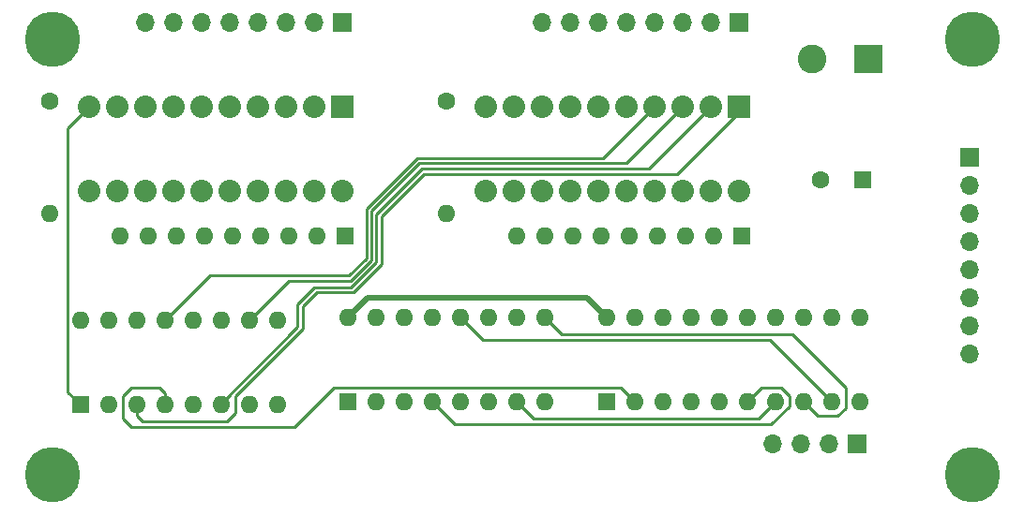
<source format=gbr>
%TF.GenerationSoftware,KiCad,Pcbnew,(5.1.9-0-10_14)*%
%TF.CreationDate,2021-05-30T08:25:23-04:00*%
%TF.ProjectId,MULTIPLEXER,4d554c54-4950-44c4-9558-45522e6b6963,rev?*%
%TF.SameCoordinates,Original*%
%TF.FileFunction,Copper,L3,Inr*%
%TF.FilePolarity,Positive*%
%FSLAX46Y46*%
G04 Gerber Fmt 4.6, Leading zero omitted, Abs format (unit mm)*
G04 Created by KiCad (PCBNEW (5.1.9-0-10_14)) date 2021-05-30 08:25:23*
%MOMM*%
%LPD*%
G01*
G04 APERTURE LIST*
%TA.AperFunction,ComponentPad*%
%ADD10C,0.800000*%
%TD*%
%TA.AperFunction,ComponentPad*%
%ADD11C,5.000000*%
%TD*%
%TA.AperFunction,ComponentPad*%
%ADD12O,1.700000X1.700000*%
%TD*%
%TA.AperFunction,ComponentPad*%
%ADD13R,1.700000X1.700000*%
%TD*%
%TA.AperFunction,ComponentPad*%
%ADD14O,1.600000X1.600000*%
%TD*%
%TA.AperFunction,ComponentPad*%
%ADD15R,1.600000X1.600000*%
%TD*%
%TA.AperFunction,ComponentPad*%
%ADD16C,1.600000*%
%TD*%
%TA.AperFunction,ComponentPad*%
%ADD17C,2.032000*%
%TD*%
%TA.AperFunction,ComponentPad*%
%ADD18R,2.032000X2.032000*%
%TD*%
%TA.AperFunction,ComponentPad*%
%ADD19C,2.600000*%
%TD*%
%TA.AperFunction,ComponentPad*%
%ADD20R,2.600000X2.600000*%
%TD*%
%TA.AperFunction,Conductor*%
%ADD21C,0.500000*%
%TD*%
%TA.AperFunction,Conductor*%
%ADD22C,0.250000*%
%TD*%
G04 APERTURE END LIST*
D10*
%TO.N,N/C*%
%TO.C,REF\u002A\u002A*%
X191571825Y-114752175D03*
X190246000Y-114203000D03*
X188920175Y-114752175D03*
X188371000Y-116078000D03*
X188920175Y-117403825D03*
X190246000Y-117953000D03*
X191571825Y-117403825D03*
X192121000Y-116078000D03*
D11*
X190246000Y-116078000D03*
%TD*%
%TO.N,N/C*%
%TO.C,REF\u002A\u002A*%
X190246000Y-76708000D03*
D10*
X192121000Y-76708000D03*
X191571825Y-78033825D03*
X190246000Y-78583000D03*
X188920175Y-78033825D03*
X188371000Y-76708000D03*
X188920175Y-75382175D03*
X190246000Y-74833000D03*
X191571825Y-75382175D03*
%TD*%
D11*
%TO.N,N/C*%
%TO.C,REF\u002A\u002A*%
X107188000Y-116078000D03*
D10*
X109063000Y-116078000D03*
X108513825Y-117403825D03*
X107188000Y-117953000D03*
X105862175Y-117403825D03*
X105313000Y-116078000D03*
X105862175Y-114752175D03*
X107188000Y-114203000D03*
X108513825Y-114752175D03*
%TD*%
%TO.N,N/C*%
%TO.C,REF\u002A\u002A*%
X108513825Y-75382175D03*
X107188000Y-74833000D03*
X105862175Y-75382175D03*
X105313000Y-76708000D03*
X105862175Y-78033825D03*
X107188000Y-78583000D03*
X108513825Y-78033825D03*
X109063000Y-76708000D03*
D11*
X107188000Y-76708000D03*
%TD*%
D12*
%TO.N,Net-(J3-Pad4)*%
%TO.C,J3*%
X172212000Y-113284000D03*
%TO.N,OE*%
X174752000Y-113284000D03*
%TO.N,SELECT*%
X177292000Y-113284000D03*
D13*
X179832000Y-113284000D03*
%TD*%
D14*
%TO.N,Net-(BAR2-Pad13)*%
%TO.C,RN2*%
X149098000Y-94488000D03*
%TO.N,Net-(BAR2-Pad14)*%
X151638000Y-94488000D03*
%TO.N,Net-(BAR2-Pad15)*%
X154178000Y-94488000D03*
%TO.N,Net-(BAR2-Pad16)*%
X156718000Y-94488000D03*
%TO.N,Net-(BAR2-Pad17)*%
X159258000Y-94488000D03*
%TO.N,Net-(BAR2-Pad18)*%
X161798000Y-94488000D03*
%TO.N,Net-(BAR2-Pad19)*%
X164338000Y-94488000D03*
%TO.N,Net-(BAR2-Pad20)*%
X166878000Y-94488000D03*
D15*
%TO.N,GND*%
X169418000Y-94488000D03*
%TD*%
D14*
%TO.N,Net-(BAR1-Pad13)*%
%TO.C,RN1*%
X113284000Y-94488000D03*
%TO.N,Net-(BAR1-Pad14)*%
X115824000Y-94488000D03*
%TO.N,Net-(BAR1-Pad15)*%
X118364000Y-94488000D03*
%TO.N,Net-(BAR1-Pad16)*%
X120904000Y-94488000D03*
%TO.N,Net-(BAR1-Pad17)*%
X123444000Y-94488000D03*
%TO.N,Net-(BAR1-Pad18)*%
X125984000Y-94488000D03*
%TO.N,Net-(BAR1-Pad19)*%
X128524000Y-94488000D03*
%TO.N,Net-(BAR1-Pad20)*%
X131064000Y-94488000D03*
D15*
%TO.N,GND*%
X133604000Y-94488000D03*
%TD*%
D14*
%TO.N,Net-(BAR2-Pad11)*%
%TO.C,R3*%
X142748000Y-92456000D03*
D16*
%TO.N,GND*%
X142748000Y-82296000D03*
%TD*%
D14*
%TO.N,Net-(BAR1-Pad11)*%
%TO.C,R1*%
X106934000Y-92456000D03*
D16*
%TO.N,VCC*%
X106934000Y-82296000D03*
%TD*%
D17*
%TO.N,Net-(BAR2-Pad20)*%
%TO.C,BAR2*%
X169164000Y-90424000D03*
%TO.N,Net-(BAR2-Pad19)*%
X166624000Y-90424000D03*
%TO.N,Net-(BAR2-Pad18)*%
X164084000Y-90424000D03*
%TO.N,Net-(BAR2-Pad17)*%
X161544000Y-90424000D03*
%TO.N,Net-(BAR2-Pad9)*%
X148844000Y-82804000D03*
%TO.N,SELECT*%
X146304000Y-82804000D03*
%TO.N,Net-(BAR2-Pad11)*%
X146304000Y-90424000D03*
%TO.N,Net-(BAR2-Pad12)*%
X148844000Y-90424000D03*
%TO.N,B7*%
X151384000Y-82804000D03*
%TO.N,B6*%
X153924000Y-82804000D03*
%TO.N,B5*%
X156464000Y-82804000D03*
%TO.N,B4*%
X159004000Y-82804000D03*
%TO.N,Net-(BAR2-Pad16)*%
X159004000Y-90424000D03*
%TO.N,Net-(BAR2-Pad15)*%
X156464000Y-90424000D03*
%TO.N,Net-(BAR2-Pad14)*%
X153924000Y-90424000D03*
%TO.N,Net-(BAR2-Pad13)*%
X151384000Y-90424000D03*
%TO.N,B3*%
X161544000Y-82804000D03*
%TO.N,B2*%
X164084000Y-82804000D03*
%TO.N,B1*%
X166624000Y-82804000D03*
D18*
%TO.N,B0*%
X169164000Y-82804000D03*
%TD*%
D17*
%TO.N,Net-(BAR1-Pad20)*%
%TO.C,BAR1*%
X133350000Y-90424000D03*
%TO.N,Net-(BAR1-Pad19)*%
X130810000Y-90424000D03*
%TO.N,Net-(BAR1-Pad18)*%
X128270000Y-90424000D03*
%TO.N,Net-(BAR1-Pad17)*%
X125730000Y-90424000D03*
%TO.N,Net-(BAR1-Pad9)*%
X113030000Y-82804000D03*
%TO.N,SELECT*%
X110490000Y-82804000D03*
%TO.N,Net-(BAR1-Pad11)*%
X110490000Y-90424000D03*
%TO.N,Net-(BAR1-Pad12)*%
X113030000Y-90424000D03*
%TO.N,A7*%
X115570000Y-82804000D03*
%TO.N,A6*%
X118110000Y-82804000D03*
%TO.N,A5*%
X120650000Y-82804000D03*
%TO.N,A4*%
X123190000Y-82804000D03*
%TO.N,Net-(BAR1-Pad16)*%
X123190000Y-90424000D03*
%TO.N,Net-(BAR1-Pad15)*%
X120650000Y-90424000D03*
%TO.N,Net-(BAR1-Pad14)*%
X118110000Y-90424000D03*
%TO.N,Net-(BAR1-Pad13)*%
X115570000Y-90424000D03*
%TO.N,A3*%
X125730000Y-82804000D03*
%TO.N,A2*%
X128270000Y-82804000D03*
%TO.N,A1*%
X130810000Y-82804000D03*
D18*
%TO.N,A0*%
X133350000Y-82804000D03*
%TD*%
D14*
%TO.N,VCC*%
%TO.C,U3*%
X157226000Y-101854000D03*
%TO.N,GND*%
X180086000Y-109474000D03*
%TO.N,OE*%
X159766000Y-101854000D03*
%TO.N,Z7*%
X177546000Y-109474000D03*
%TO.N,Y0*%
X162306000Y-101854000D03*
%TO.N,Z6*%
X175006000Y-109474000D03*
%TO.N,Y1*%
X164846000Y-101854000D03*
%TO.N,Z5*%
X172466000Y-109474000D03*
%TO.N,Y2*%
X167386000Y-101854000D03*
%TO.N,Z4*%
X169926000Y-109474000D03*
%TO.N,Y3*%
X169926000Y-101854000D03*
%TO.N,Z3*%
X167386000Y-109474000D03*
%TO.N,Y4*%
X172466000Y-101854000D03*
%TO.N,Z2*%
X164846000Y-109474000D03*
%TO.N,Y5*%
X175006000Y-101854000D03*
%TO.N,Z1*%
X162306000Y-109474000D03*
%TO.N,Y6*%
X177546000Y-101854000D03*
%TO.N,Z0*%
X159766000Y-109474000D03*
%TO.N,Y7*%
X180086000Y-101854000D03*
D15*
%TO.N,VCC*%
X157226000Y-109474000D03*
%TD*%
D14*
%TO.N,VCC*%
%TO.C,U2*%
X133858000Y-101854000D03*
%TO.N,GND*%
X151638000Y-109474000D03*
X136398000Y-101854000D03*
%TO.N,Z5*%
X149098000Y-109474000D03*
%TO.N,A7*%
X138938000Y-101854000D03*
%TO.N,B5*%
X146558000Y-109474000D03*
%TO.N,B7*%
X141478000Y-101854000D03*
%TO.N,A5*%
X144018000Y-109474000D03*
%TO.N,Z7*%
X144018000Y-101854000D03*
%TO.N,Z4*%
X141478000Y-109474000D03*
%TO.N,A6*%
X146558000Y-101854000D03*
%TO.N,B4*%
X138938000Y-109474000D03*
%TO.N,B6*%
X149098000Y-101854000D03*
%TO.N,A4*%
X136398000Y-109474000D03*
%TO.N,Z6*%
X151638000Y-101854000D03*
D15*
%TO.N,SELECT*%
X133858000Y-109474000D03*
%TD*%
D14*
%TO.N,VCC*%
%TO.C,U1*%
X109728000Y-102108000D03*
%TO.N,GND*%
X127508000Y-109728000D03*
X112268000Y-102108000D03*
%TO.N,Z1*%
X124968000Y-109728000D03*
%TO.N,A3*%
X114808000Y-102108000D03*
%TO.N,B1*%
X122428000Y-109728000D03*
%TO.N,B3*%
X117348000Y-102108000D03*
%TO.N,A1*%
X119888000Y-109728000D03*
%TO.N,Z3*%
X119888000Y-102108000D03*
%TO.N,Z0*%
X117348000Y-109728000D03*
%TO.N,A2*%
X122428000Y-102108000D03*
%TO.N,B0*%
X114808000Y-109728000D03*
%TO.N,B2*%
X124968000Y-102108000D03*
%TO.N,A0*%
X112268000Y-109728000D03*
%TO.N,Z2*%
X127508000Y-102108000D03*
D15*
%TO.N,SELECT*%
X109728000Y-109728000D03*
%TD*%
D12*
%TO.N,Y7*%
%TO.C,J6*%
X189992000Y-105156000D03*
%TO.N,Y6*%
X189992000Y-102616000D03*
%TO.N,Y5*%
X189992000Y-100076000D03*
%TO.N,Y4*%
X189992000Y-97536000D03*
%TO.N,Y3*%
X189992000Y-94996000D03*
%TO.N,Y2*%
X189992000Y-92456000D03*
%TO.N,Y1*%
X189992000Y-89916000D03*
D13*
%TO.N,Y0*%
X189992000Y-87376000D03*
%TD*%
D12*
%TO.N,B7*%
%TO.C,J5*%
X151384000Y-75184000D03*
%TO.N,B6*%
X153924000Y-75184000D03*
%TO.N,B5*%
X156464000Y-75184000D03*
%TO.N,B4*%
X159004000Y-75184000D03*
%TO.N,B3*%
X161544000Y-75184000D03*
%TO.N,B2*%
X164084000Y-75184000D03*
%TO.N,B1*%
X166624000Y-75184000D03*
D13*
%TO.N,B0*%
X169164000Y-75184000D03*
%TD*%
D12*
%TO.N,A7*%
%TO.C,J4*%
X115570000Y-75184000D03*
%TO.N,A6*%
X118110000Y-75184000D03*
%TO.N,A5*%
X120650000Y-75184000D03*
%TO.N,A4*%
X123190000Y-75184000D03*
%TO.N,A3*%
X125730000Y-75184000D03*
%TO.N,A2*%
X128270000Y-75184000D03*
%TO.N,A1*%
X130810000Y-75184000D03*
D13*
%TO.N,A0*%
X133350000Y-75184000D03*
%TD*%
D19*
%TO.N,GND*%
%TO.C,J1*%
X175848000Y-78486000D03*
D20*
%TO.N,VCC*%
X180848000Y-78486000D03*
%TD*%
D16*
%TO.N,GND*%
%TO.C,C1*%
X176540000Y-89408000D03*
D15*
%TO.N,VCC*%
X180340000Y-89408000D03*
%TD*%
D21*
%TO.N,VCC*%
X157226000Y-101854000D02*
X155448000Y-100076000D01*
X135636000Y-100076000D02*
X133858000Y-101854000D01*
X155448000Y-100076000D02*
X135636000Y-100076000D01*
D22*
%TO.N,SELECT*%
X108602999Y-108602999D02*
X109728000Y-109728000D01*
X108602999Y-84691001D02*
X108602999Y-108602999D01*
X110490000Y-82804000D02*
X108602999Y-84691001D01*
%TO.N,B3*%
X133980770Y-98044000D02*
X121412000Y-98044000D01*
X161544000Y-82804000D02*
X156914011Y-87433989D01*
X135555967Y-92025212D02*
X135555967Y-96468803D01*
X121412000Y-98044000D02*
X117348000Y-102108000D01*
X156914011Y-87433989D02*
X140147190Y-87433989D01*
X140147190Y-87433989D02*
X135555967Y-92025212D01*
X135555967Y-96468803D02*
X133980770Y-98044000D01*
%TO.N,B2*%
X164084000Y-82804000D02*
X159004000Y-87884000D01*
X159004000Y-87884000D02*
X140333590Y-87884000D01*
X136005978Y-96655202D02*
X134109180Y-98552000D01*
X134109180Y-98552000D02*
X128524000Y-98552000D01*
X140333590Y-87884000D02*
X136005978Y-92211612D01*
X136005978Y-92211612D02*
X136005978Y-96655202D01*
X128524000Y-98552000D02*
X124968000Y-102108000D01*
%TO.N,B1*%
X166624000Y-82804000D02*
X161036000Y-88392000D01*
X134179601Y-99117989D02*
X130877600Y-99117989D01*
X161036000Y-88392000D02*
X140587589Y-88392000D01*
X140587589Y-88392000D02*
X136455989Y-92523600D01*
X130877600Y-99117989D02*
X129343989Y-100651600D01*
X136455989Y-96841601D02*
X134179601Y-99117989D01*
X136455989Y-92523600D02*
X136455989Y-96841601D01*
X129343989Y-100651600D02*
X129343989Y-102683601D01*
X129343989Y-102683601D02*
X122428000Y-109599590D01*
X122428000Y-109599590D02*
X122428000Y-109728000D01*
%TO.N,B0*%
X122936000Y-111252000D02*
X115316000Y-111252000D01*
X123698000Y-108966000D02*
X123698000Y-110490000D01*
X136906000Y-92710000D02*
X136906000Y-97028000D01*
X136906000Y-97028000D02*
X134366000Y-99568000D01*
X129794000Y-100838000D02*
X129794000Y-102870000D01*
X131064000Y-99568000D02*
X129794000Y-100838000D01*
X115316000Y-111252000D02*
X114808000Y-110744000D01*
X123698000Y-110490000D02*
X122936000Y-111252000D01*
X134366000Y-99568000D02*
X131064000Y-99568000D01*
X129794000Y-102870000D02*
X123698000Y-108966000D01*
X163576000Y-88900000D02*
X140716000Y-88900000D01*
X169164000Y-83312000D02*
X163576000Y-88900000D01*
X140716000Y-88900000D02*
X136906000Y-92710000D01*
X114808000Y-110744000D02*
X114808000Y-109728000D01*
X169164000Y-82804000D02*
X169164000Y-83312000D01*
%TO.N,Z0*%
X159766000Y-109474000D02*
X158496000Y-108204000D01*
X158496000Y-108204000D02*
X132588000Y-108204000D01*
X132588000Y-108204000D02*
X129032000Y-111760000D01*
X129032000Y-111760000D02*
X114300000Y-111760000D01*
X114300000Y-111760000D02*
X113538000Y-110998000D01*
X113538000Y-110998000D02*
X113538000Y-108966000D01*
X113538000Y-108966000D02*
X114300000Y-108204000D01*
X114300000Y-108204000D02*
X116840000Y-108204000D01*
X117348000Y-108712000D02*
X117348000Y-109728000D01*
X116840000Y-108204000D02*
X117348000Y-108712000D01*
%TO.N,Z5*%
X172466000Y-109474000D02*
X170942000Y-110998000D01*
X150622000Y-110998000D02*
X149098000Y-109474000D01*
X170942000Y-110998000D02*
X150622000Y-110998000D01*
%TO.N,Z4*%
X143510000Y-111506000D02*
X141478000Y-109474000D01*
X172099002Y-111506000D02*
X143510000Y-111506000D01*
X169926000Y-109474000D02*
X171196000Y-108204000D01*
X173736000Y-108966000D02*
X173736000Y-109869002D01*
X172974000Y-108204000D02*
X173736000Y-108966000D01*
X173736000Y-109869002D02*
X172099002Y-111506000D01*
X171196000Y-108204000D02*
X172974000Y-108204000D01*
%TO.N,Z7*%
X177546000Y-109474000D02*
X171958000Y-103886000D01*
X146050000Y-103886000D02*
X144018000Y-101854000D01*
X171958000Y-103886000D02*
X146050000Y-103886000D01*
%TO.N,Z6*%
X173990000Y-103378000D02*
X153162000Y-103378000D01*
X153162000Y-103378000D02*
X151638000Y-101854000D01*
X178816000Y-110052501D02*
X178816000Y-108204000D01*
X178816000Y-108204000D02*
X173990000Y-103378000D01*
X178124501Y-110744000D02*
X178816000Y-110052501D01*
X176276000Y-110744000D02*
X178124501Y-110744000D01*
X175006000Y-109474000D02*
X176276000Y-110744000D01*
%TD*%
M02*

</source>
